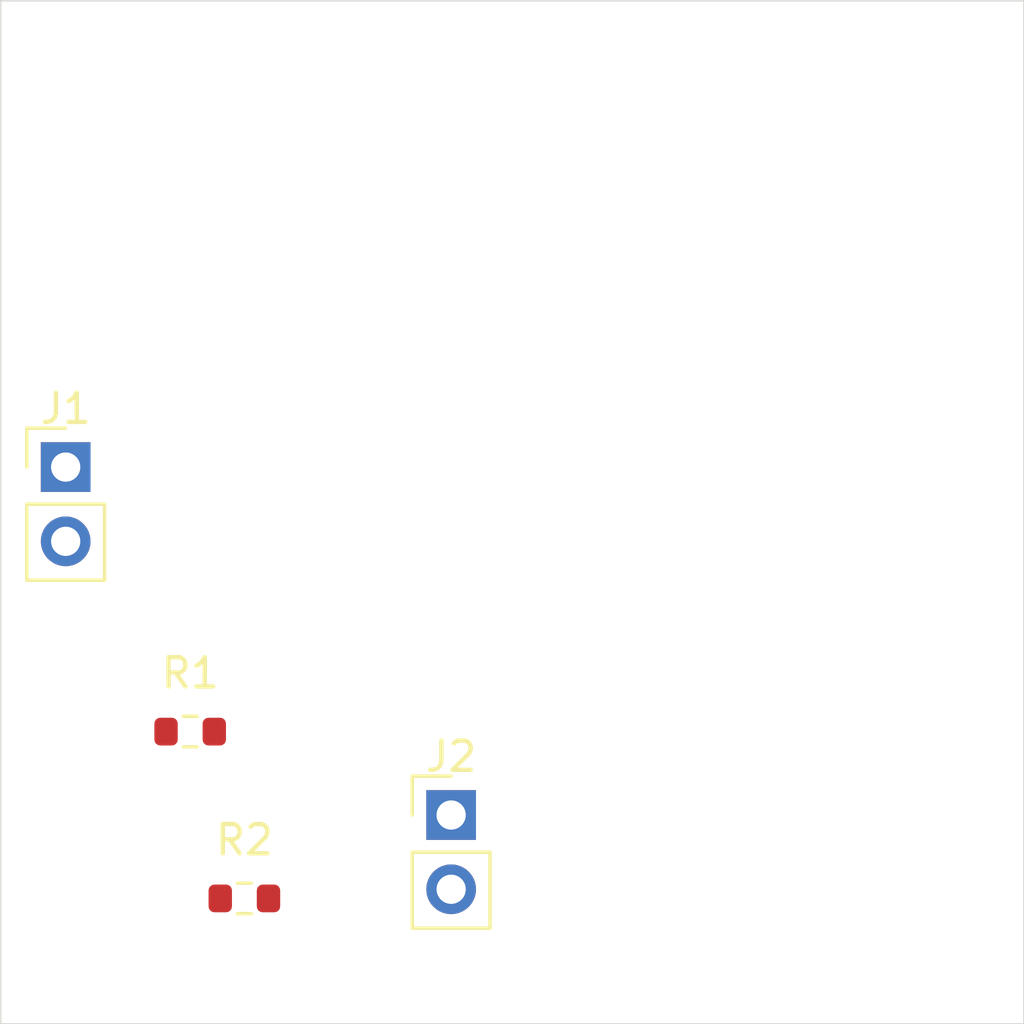
<source format=kicad_pcb>
(kicad_pcb (version 20241229) (generator "pcbnew") (generator_version "9.0")
  (layers (0 "F.Cu" signal) (2 "B.Cu" signal) (13 "F.Paste" user) (15 "B.Paste" user) (5 "F.SilkS" user "F.Silkscreen") (7 "B.SilkS" user "B.Silkscreen") (1 "F.Mask" user) (3 "B.Mask" user) (25 "Edge.Cuts" user))
  (net 0 "")
  (net 1 "GND")
  (net 2 "VIN")
  (net 3 "VOUT")
  (footprint "Resistor_SMD:R_0603_1608Metric" (layer "F.Cu") (at 6.479999999999997 25.0)
    (property "Reference" "R1" (at 0 -2 0) (layer "F.SilkS") (effects (font (size 1.0 1.0))))
    (property "Value" "10k")
    (fp_line (start -0.237258 -0.5225) (end 0.237258 -0.5225) (stroke (width 0.12)) (layer "F.SilkS"))
    (fp_line (start -0.237258 0.5225) (end 0.237258 0.5225) (stroke (width 0.12)) (layer "F.SilkS"))
    (pad "1" smd roundrect (at -0.825 0.0) (size 0.8 0.95) (layers "F.Cu" "F.Mask" "F.Paste") (net 2 "VIN"))
    (pad "2" smd roundrect (at 0.825 0.0) (size 0.8 0.95) (layers "F.Cu" "F.Mask" "F.Paste") (net 3 "VOUT"))
  )
  (footprint "Resistor_SMD:R_0603_1608Metric" (layer "F.Cu") (at 8.334101966249682 30.706339097770922)
    (property "Reference" "R2" (at 0 -2 0) (layer "F.SilkS") (effects (font (size 1.0 1.0))))
    (property "Value" "10k")
    (fp_line (start -0.237258 -0.5225) (end 0.237258 -0.5225) (stroke (width 0.12)) (layer "F.SilkS"))
    (fp_line (start -0.237258 0.5225) (end 0.237258 0.5225) (stroke (width 0.12)) (layer "F.SilkS"))
    (pad "1" smd roundrect (at -0.825 0.0) (size 0.8 0.95) (layers "F.Cu" "F.Mask" "F.Paste") (net 3 "VOUT"))
    (pad "2" smd roundrect (at 0.825 0.0) (size 0.8 0.95) (layers "F.Cu" "F.Mask" "F.Paste") (net 1 "GND"))
  )
  (footprint "Connector_PinHeader_2.54mm:PinHeader_1x02_P2.54mm_Vertical" (layer "F.Cu") (at 2.222207084349275 15.951729475339802)
    (property "Reference" "J1" (at 0 -2 0) (layer "F.SilkS") (effects (font (size 1.0 1.0))))
    (property "Value" "")
    (fp_line (start -1.33 -1.33) (end 0.0 -1.33) (stroke (width 0.12)) (layer "F.SilkS"))
    (fp_line (start -1.33 0.0) (end -1.33 -1.33) (stroke (width 0.12)) (layer "F.SilkS"))
    (fp_line (start -1.33 1.27) (end -1.33 3.87) (stroke (width 0.12)) (layer "F.SilkS"))
    (fp_line (start -1.33 1.27) (end 1.33 1.27) (stroke (width 0.12)) (layer "F.SilkS"))
    (fp_line (start -1.33 3.87) (end 1.33 3.87) (stroke (width 0.12)) (layer "F.SilkS"))
    (fp_line (start 1.33 1.27) (end 1.33 3.87) (stroke (width 0.12)) (layer "F.SilkS"))
    (pad "1" thru_hole rect (size 1.7 1.7) (layers "*.Cu" "*.Mask") (drill 1.0) (net 2 "VIN"))
    (pad "2" thru_hole oval (at 0.0 2.54) (size 1.7 1.7) (layers "*.Cu" "*.Mask") (drill 1.0) (net 1 "GND"))
  )
  (footprint "Connector_PinHeader_2.54mm:PinHeader_1x02_P2.54mm_Vertical" (layer "F.Cu") (at 15.40705098312484 27.85316954888546)
    (property "Reference" "J2" (at 0 -2 0) (layer "F.SilkS") (effects (font (size 1.0 1.0))))
    (property "Value" "")
    (fp_line (start -1.33 -1.33) (end 0.0 -1.33) (stroke (width 0.12)) (layer "F.SilkS"))
    (fp_line (start -1.33 0.0) (end -1.33 -1.33) (stroke (width 0.12)) (layer "F.SilkS"))
    (fp_line (start -1.33 1.27) (end -1.33 3.87) (stroke (width 0.12)) (layer "F.SilkS"))
    (fp_line (start -1.33 1.27) (end 1.33 1.27) (stroke (width 0.12)) (layer "F.SilkS"))
    (fp_line (start -1.33 3.87) (end 1.33 3.87) (stroke (width 0.12)) (layer "F.SilkS"))
    (fp_line (start 1.33 1.27) (end 1.33 3.87) (stroke (width 0.12)) (layer "F.SilkS"))
    (pad "1" thru_hole rect (size 1.7 1.7) (layers "*.Cu" "*.Mask") (drill 1.0) (net 3 "VOUT"))
    (pad "2" thru_hole oval (at 0.0 2.54) (size 1.7 1.7) (layers "*.Cu" "*.Mask") (drill 1.0) (net 1 "GND"))
  )
  (gr_rect (start 0 0) (end 35.0 35.0) (stroke (width 0.05)) (fill no) (layer "Edge.Cuts"))
)
</source>
